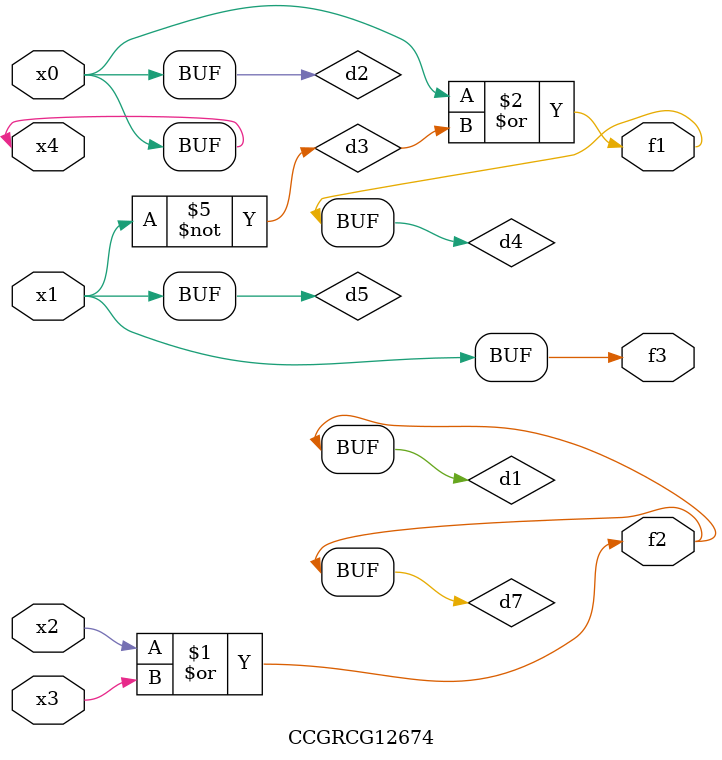
<source format=v>
module CCGRCG12674(
	input x0, x1, x2, x3, x4,
	output f1, f2, f3
);

	wire d1, d2, d3, d4, d5, d6, d7;

	or (d1, x2, x3);
	buf (d2, x0, x4);
	not (d3, x1);
	or (d4, d2, d3);
	not (d5, d3);
	nand (d6, d1, d3);
	or (d7, d1);
	assign f1 = d4;
	assign f2 = d7;
	assign f3 = d5;
endmodule

</source>
